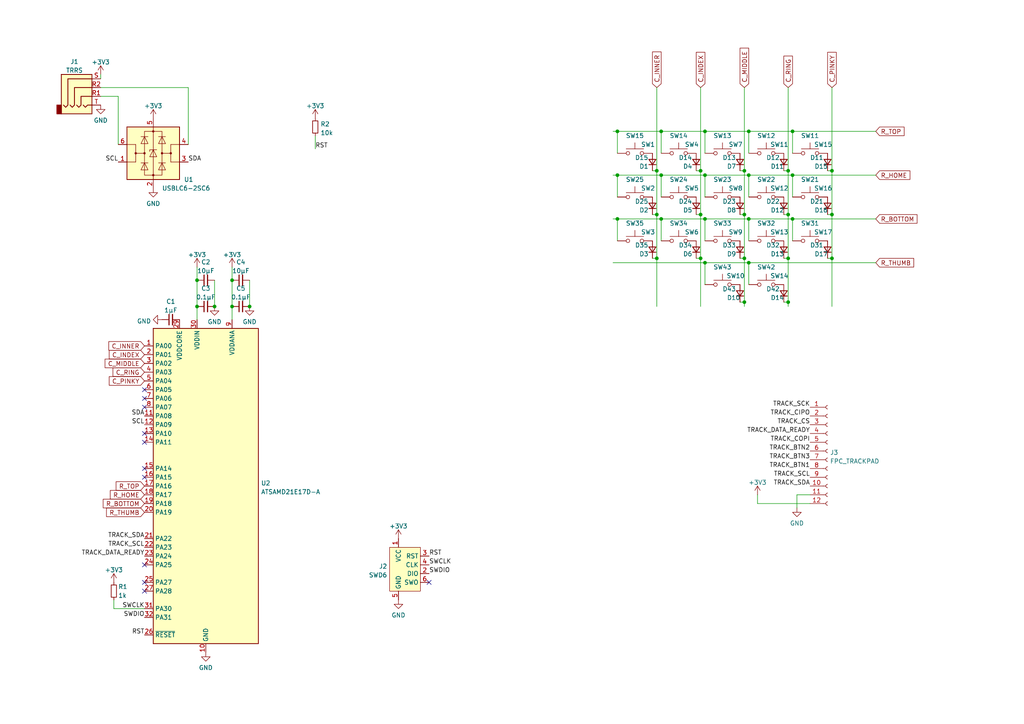
<source format=kicad_sch>
(kicad_sch (version 20211123) (generator eeschema)
  (paper "A4")
  (lib_symbols
    (symbol "Connector:AudioJack4"
      (property "Reference" "J" (at 0 8.89 0))
      (property "Value" "AudioJack4" (at 0 6.35 0))
      (symbol "AudioJack4_0_1"
        (rectangle (start -6.35 -5.08) (end -7.62 -7.62) (stroke (width 0.254)) (fill (type outline)))
        (polyline (pts (xy 0 -5.08) (xy 0.635 -5.715) (xy 1.27 -5.08) (xy 2.54 -5.08)) (stroke (width 0.254)))
        (polyline (pts (xy -5.715 -5.08) (xy -5.08 -5.715) (xy -4.445 -5.08) (xy -4.445 2.54) (xy 2.54 2.54)) (stroke (width 0.254)))
        (polyline (pts (xy -1.905 -5.08) (xy -1.27 -5.715) (xy -0.635 -5.08) (xy -0.635 -2.54) (xy 2.54 -2.54)) (stroke (width 0.254)))
        (polyline (pts (xy 2.54 0) (xy -2.54 0) (xy -2.54 -5.08) (xy -3.175 -5.715) (xy -3.81 -5.08)) (stroke (width 0.254)))
        (rectangle (start 2.54 3.81) (end -6.35 -7.62) (stroke (width 0.254)) (fill (type background)))
      )
      (symbol "AudioJack4_1_1"
        (pin passive line (at 5.08 -2.54 180) (length 2.54) (name "~") (number "R1"))
        (pin passive line (at 5.08 0 180) (length 2.54) (name "~") (number "R2"))
        (pin passive line (at 5.08 2.54 180) (length 2.54) (name "~") (number "S"))
        (pin passive line (at 5.08 -5.08 180) (length 2.54) (name "~") (number "T"))
      )
    )
    (symbol "Connector:Conn_01x12_Female" (pin_names (offset 1.016) hide)
      (property "Reference" "J" (at 0 15.24 0))
      (property "Value" "Conn_01x12_Female" (at 0 -17.78 0))
      (symbol "Conn_01x12_Female_1_1"
        (arc (start 0 -14.732) (mid -0.508 -15.24) (end 0 -15.748) (stroke (width 0.1524)))
        (arc (start 0 -12.192) (mid -0.508 -12.7) (end 0 -13.208) (stroke (width 0.1524)))
        (arc (start 0 -9.652) (mid -0.508 -10.16) (end 0 -10.668) (stroke (width 0.1524)))
        (arc (start 0 -7.112) (mid -0.508 -7.62) (end 0 -8.128) (stroke (width 0.1524)))
        (arc (start 0 -4.572) (mid -0.508 -5.08) (end 0 -5.588) (stroke (width 0.1524)))
        (arc (start 0 -2.032) (mid -0.508 -2.54) (end 0 -3.048) (stroke (width 0.1524)))
        (polyline (pts (xy -1.27 -15.24) (xy -0.508 -15.24)) (stroke (width 0.1524)))
        (polyline (pts (xy -1.27 -12.7) (xy -0.508 -12.7)) (stroke (width 0.1524)))
        (polyline (pts (xy -1.27 -10.16) (xy -0.508 -10.16)) (stroke (width 0.1524)))
        (polyline (pts (xy -1.27 -7.62) (xy -0.508 -7.62)) (stroke (width 0.1524)))
        (polyline (pts (xy -1.27 -5.08) (xy -0.508 -5.08)) (stroke (width 0.1524)))
        (polyline (pts (xy -1.27 -2.54) (xy -0.508 -2.54)) (stroke (width 0.1524)))
        (polyline (pts (xy -1.27 0) (xy -0.508 0)) (stroke (width 0.1524)))
        (polyline (pts (xy -1.27 2.54) (xy -0.508 2.54)) (stroke (width 0.1524)))
        (polyline (pts (xy -1.27 5.08) (xy -0.508 5.08)) (stroke (width 0.1524)))
        (polyline (pts (xy -1.27 7.62) (xy -0.508 7.62)) (stroke (width 0.1524)))
        (polyline (pts (xy -1.27 10.16) (xy -0.508 10.16)) (stroke (width 0.1524)))
        (polyline (pts (xy -1.27 12.7) (xy -0.508 12.7)) (stroke (width 0.1524)))
        (arc (start 0 0.508) (mid -0.508 0) (end 0 -0.508) (stroke (width 0.1524)))
        (arc (start 0 3.048) (mid -0.508 2.54) (end 0 2.032) (stroke (width 0.1524)))
        (arc (start 0 5.588) (mid -0.508 5.08) (end 0 4.572) (stroke (width 0.1524)))
        (arc (start 0 8.128) (mid -0.508 7.62) (end 0 7.112) (stroke (width 0.1524)))
        (arc (start 0 10.668) (mid -0.508 10.16) (end 0 9.652) (stroke (width 0.1524)))
        (arc (start 0 13.208) (mid -0.508 12.7) (end 0 12.192) (stroke (width 0.1524)))
        (pin passive line (at -5.08 12.7 0) (length 3.81) (name "Pin_1") (number "1"))
        (pin passive line (at -5.08 -10.16 0) (length 3.81) (name "Pin_10") (number "10"))
        (pin passive line (at -5.08 -12.7 0) (length 3.81) (name "Pin_11") (number "11"))
        (pin passive line (at -5.08 -15.24 0) (length 3.81) (name "Pin_12") (number "12"))
        (pin passive line (at -5.08 10.16 0) (length 3.81) (name "Pin_2") (number "2"))
        (pin passive line (at -5.08 7.62 0) (length 3.81) (name "Pin_3") (number "3"))
        (pin passive line (at -5.08 5.08 0) (length 3.81) (name "Pin_4") (number "4"))
        (pin passive line (at -5.08 2.54 0) (length 3.81) (name "Pin_5") (number "5"))
        (pin passive line (at -5.08 0 0) (length 3.81) (name "Pin_6") (number "6"))
        (pin passive line (at -5.08 -2.54 0) (length 3.81) (name "Pin_7") (number "7"))
        (pin passive line (at -5.08 -5.08 0) (length 3.81) (name "Pin_8") (number "8"))
        (pin passive line (at -5.08 -7.62 0) (length 3.81) (name "Pin_9") (number "9"))
      )
    )
    (symbol "Device:C_Small" (pin_numbers hide) (pin_names (offset 0.254) hide)
      (property "Reference" "C" (at 0.254 1.778 0))
      (property "Value" "C_Small" (at 0.254 -2.032 0))
      (symbol "C_Small_0_1"
        (polyline (pts (xy -1.524 -0.508) (xy 1.524 -0.508)) (stroke (width 0.3302)))
        (polyline (pts (xy -1.524 0.508) (xy 1.524 0.508)) (stroke (width 0.3048)))
      )
      (symbol "C_Small_1_1"
        (pin passive line (at 0 2.54 270) (length 2.032) (name "~") (number "1"))
        (pin passive line (at 0 -2.54 90) (length 2.032) (name "~") (number "2"))
      )
    )
    (symbol "Device:D_Small" (pin_numbers hide) (pin_names (offset 0.254) hide)
      (property "Reference" "D" (at -1.27 2.032 0))
      (property "Value" "D_Small" (at -3.81 -2.032 0))
      (symbol "D_Small_0_1"
        (polyline (pts (xy -0.762 -1.016) (xy -0.762 1.016)) (stroke (width 0.254)))
        (polyline (pts (xy -0.762 0) (xy 0.762 0)))
        (polyline (pts (xy 0.762 -1.016) (xy -0.762 0) (xy 0.762 1.016) (xy 0.762 -1.016)) (stroke (width 0.254)))
      )
      (symbol "D_Small_1_1"
        (pin passive line (at -2.54 0 0) (length 1.778) (name "K") (number "1"))
        (pin passive line (at 2.54 0 180) (length 1.778) (name "A") (number "2"))
      )
    )
    (symbol "Device:R_Small" (pin_numbers hide) (pin_names (offset 0.254) hide)
      (property "Reference" "R" (at 0.762 0.508 0))
      (property "Value" "R_Small" (at 0.762 -1.016 0))
      (symbol "R_Small_0_1"
        (rectangle (start -0.762 1.778) (end 0.762 -1.778) (stroke (width 0.2032)))
      )
      (symbol "R_Small_1_1"
        (pin passive line (at 0 2.54 270) (length 0.762) (name "~") (number "1"))
        (pin passive line (at 0 -2.54 90) (length 0.762) (name "~") (number "2"))
      )
    )
    (symbol "MCU_Microchip_SAMD:ATSAMD21E17D-A"
      (property "Reference" "U" (at -13.97 46.99 0))
      (property "Value" "ATSAMD21E17D-A" (at 16.51 46.99 0))
      (symbol "ATSAMD21E17D-A_1_1"
        (rectangle (start -15.24 45.72) (end 15.24 -45.72) (stroke (width 0.254)) (fill (type background)))
        (pin bidirectional line (at -17.78 40.64 0) (length 2.54) (name "PA00") (number "1"))
        (pin power_in line (at 0 -48.26 90) (length 2.54) (name "GND") (number "10"))
        (pin bidirectional line (at -17.78 20.32 0) (length 2.54) (name "PA08") (number "11"))
        (pin bidirectional line (at -17.78 17.78 0) (length 2.54) (name "PA09") (number "12"))
        (pin bidirectional line (at -17.78 15.24 0) (length 2.54) (name "PA10") (number "13"))
        (pin bidirectional line (at -17.78 12.7 0) (length 2.54) (name "PA11") (number "14"))
        (pin bidirectional line (at -17.78 5.08 0) (length 2.54) (name "PA14") (number "15"))
        (pin bidirectional line (at -17.78 2.54 0) (length 2.54) (name "PA15") (number "16"))
        (pin bidirectional line (at -17.78 0 0) (length 2.54) (name "PA16") (number "17"))
        (pin bidirectional line (at -17.78 -2.54 0) (length 2.54) (name "PA17") (number "18"))
        (pin bidirectional line (at -17.78 -5.08 0) (length 2.54) (name "PA18") (number "19"))
        (pin bidirectional line (at -17.78 38.1 0) (length 2.54) (name "PA01") (number "2"))
        (pin bidirectional line (at -17.78 -7.62 0) (length 2.54) (name "PA19") (number "20"))
        (pin bidirectional line (at -17.78 -15.24 0) (length 2.54) (name "PA22") (number "21"))
        (pin bidirectional line (at -17.78 -17.78 0) (length 2.54) (name "PA23") (number "22"))
        (pin bidirectional line (at -17.78 -20.32 0) (length 2.54) (name "PA24") (number "23"))
        (pin bidirectional line (at -17.78 -22.86 0) (length 2.54) (name "PA25") (number "24"))
        (pin bidirectional line (at -17.78 -27.94 0) (length 2.54) (name "PA27") (number "25"))
        (pin input line (at -17.78 -43.18 0) (length 2.54) (name "~{RESET}") (number "26"))
        (pin bidirectional line (at -17.78 -30.48 0) (length 2.54) (name "PA28") (number "27"))
        (pin passive line (at 0 -48.26 90) (length 2.54) hide (name "GND") (number "28"))
        (pin power_out line (at -7.62 48.26 270) (length 2.54) (name "VDDCORE") (number "29"))
        (pin bidirectional line (at -17.78 35.56 0) (length 2.54) (name "PA02") (number "3"))
        (pin power_in line (at -2.54 48.26 270) (length 2.54) (name "VDDIN") (number "30"))
        (pin bidirectional line (at -17.78 -35.56 0) (length 2.54) (name "PA30") (number "31"))
        (pin bidirectional line (at -17.78 -38.1 0) (length 2.54) (name "PA31") (number "32"))
        (pin bidirectional line (at -17.78 33.02 0) (length 2.54) (name "PA03") (number "4"))
        (pin bidirectional line (at -17.78 30.48 0) (length 2.54) (name "PA04") (number "5"))
        (pin bidirectional line (at -17.78 27.94 0) (length 2.54) (name "PA05") (number "6"))
        (pin bidirectional line (at -17.78 25.4 0) (length 2.54) (name "PA06") (number "7"))
        (pin bidirectional line (at -17.78 22.86 0) (length 2.54) (name "PA07") (number "8"))
        (pin power_in line (at 7.62 48.26 270) (length 2.54) (name "VDDANA") (number "9"))
      )
    )
    (symbol "Power_Protection:USBLC6-2SC6" (pin_names hide)
      (property "Reference" "U" (at 2.54 8.89 0))
      (property "Value" "USBLC6-2SC6" (at 2.54 -8.89 0))
      (symbol "USBLC6-2SC6_0_1"
        (rectangle (start -7.62 -7.62) (end 7.62 7.62) (stroke (width 0.254)) (fill (type background)))
        (circle (center -5.08 0) (radius 0.254) (fill (type outline)))
        (circle (center -2.54 0) (radius 0.254) (fill (type outline)))
        (rectangle (start -2.54 6.35) (end 2.54 -6.35))
        (circle (center 0 -6.35) (radius 0.254) (fill (type outline)))
        (polyline (pts (xy -5.08 -2.54) (xy -7.62 -2.54)))
        (polyline (pts (xy -5.08 0) (xy -5.08 -2.54)))
        (polyline (pts (xy -5.08 2.54) (xy -7.62 2.54)))
        (polyline (pts (xy -1.524 -2.794) (xy -3.556 -2.794)))
        (polyline (pts (xy -1.524 4.826) (xy -3.556 4.826)))
        (polyline (pts (xy 0 -7.62) (xy 0 -6.35)))
        (polyline (pts (xy 0 -6.35) (xy 0 1.27)))
        (polyline (pts (xy 0 1.27) (xy 0 6.35)))
        (polyline (pts (xy 0 6.35) (xy 0 7.62)))
        (polyline (pts (xy 1.524 -2.794) (xy 3.556 -2.794)))
        (polyline (pts (xy 1.524 4.826) (xy 3.556 4.826)))
        (polyline (pts (xy 5.08 -2.54) (xy 7.62 -2.54)))
        (polyline (pts (xy 5.08 0) (xy 5.08 -2.54)))
        (polyline (pts (xy 5.08 2.54) (xy 7.62 2.54)))
        (polyline (pts (xy -2.54 0) (xy -5.08 0) (xy -5.08 2.54)))
        (polyline (pts (xy 2.54 0) (xy 5.08 0) (xy 5.08 2.54)))
        (polyline (pts (xy -3.556 -4.826) (xy -1.524 -4.826) (xy -2.54 -2.794) (xy -3.556 -4.826)))
        (polyline (pts (xy -3.556 2.794) (xy -1.524 2.794) (xy -2.54 4.826) (xy -3.556 2.794)))
        (polyline (pts (xy -1.016 -1.016) (xy 1.016 -1.016) (xy 0 1.016) (xy -1.016 -1.016)))
        (polyline (pts (xy 1.016 1.016) (xy 0.762 1.016) (xy -1.016 1.016) (xy -1.016 0.508)))
        (polyline (pts (xy 3.556 -4.826) (xy 1.524 -4.826) (xy 2.54 -2.794) (xy 3.556 -4.826)))
        (polyline (pts (xy 3.556 2.794) (xy 1.524 2.794) (xy 2.54 4.826) (xy 3.556 2.794)))
        (circle (center 0 6.35) (radius 0.254) (fill (type outline)))
        (circle (center 2.54 0) (radius 0.254) (fill (type outline)))
        (circle (center 5.08 0) (radius 0.254) (fill (type outline)))
      )
      (symbol "USBLC6-2SC6_1_1"
        (pin passive line (at -10.16 -2.54 0) (length 2.54) (name "I/O1") (number "1"))
        (pin passive line (at 0 -10.16 90) (length 2.54) (name "GND") (number "2"))
        (pin passive line (at 10.16 -2.54 180) (length 2.54) (name "I/O2") (number "3"))
        (pin passive line (at 10.16 2.54 180) (length 2.54) (name "I/O2") (number "4"))
        (pin passive line (at 0 10.16 270) (length 2.54) (name "VBUS") (number "5"))
        (pin passive line (at -10.16 2.54 0) (length 2.54) (name "I/O1") (number "6"))
      )
    )
    (symbol "Switch:SW_Push" (pin_numbers hide) (pin_names (offset 1.016) hide)
      (property "Reference" "SW" (at 1.27 2.54 0))
      (property "Value" "SW_Push" (at 0 -1.524 0))
      (symbol "SW_Push_0_1"
        (circle (center -2.032 0) (radius 0.508))
        (polyline (pts (xy 0 1.27) (xy 0 3.048)))
        (polyline (pts (xy 2.54 1.27) (xy -2.54 1.27)))
        (circle (center 2.032 0) (radius 0.508))
        (pin passive line (at -5.08 0 0) (length 2.54) (name "1") (number "1"))
        (pin passive line (at 5.08 0 180) (length 2.54) (name "2") (number "2"))
      )
    )
    (symbol "power:+3V3" (power) (pin_names (offset 0))
      (property "Value" "+3V3" (at 0 3.556 0))
      (symbol "+3V3_0_1"
        (polyline (pts (xy -0.762 1.27) (xy 0 2.54)))
        (polyline (pts (xy 0 0) (xy 0 2.54)))
        (polyline (pts (xy 0 2.54) (xy 0.762 1.27)))
      )
      (symbol "+3V3_1_1"
        (pin power_in line (at 0 0 90) (length 0) hide (name "+3V3") (number "1"))
      )
    )
    (symbol "power:GND" (power) (pin_names (offset 0))
      (property "Value" "GND" (at 0 -3.81 0))
      (symbol "GND_0_1"
        (polyline (pts (xy 0 0) (xy 0 -1.27) (xy 1.27 -1.27) (xy 0 -2.54) (xy -1.27 -1.27) (xy 0 -1.27)))
      )
      (symbol "GND_1_1"
        (pin power_in line (at 0 0 270) (length 0) hide (name "GND") (number "1"))
      )
    )
    (symbol "xenua:SWD6"
      (property "Reference" "J" (at 6.35 3.81 0))
      (property "Value" "SWD6" (at 6.35 1.27 0))
      (symbol "SWD6_0_1"
        (rectangle (start 0 0) (end 8.89 -12.7) (stroke (width 0.1524)) (fill (type background)))
      )
      (symbol "SWD6_1_1"
        (pin power_in line (at 2.54 2.54 270) (length 2.54) (name "VCC") (number "1"))
        (pin bidirectional line (at 11.43 -7.62 180) (length 2.54) (name "DIO") (number "2"))
        (pin input line (at 11.43 -2.54 180) (length 2.54) (name "RST") (number "3"))
        (pin input line (at 11.43 -5.08 180) (length 2.54) (name "CLK") (number "4"))
        (pin input line (at 2.54 -15.24 90) (length 2.54) (name "GND") (number "5"))
        (pin output line (at 11.43 -10.16 180) (length 2.54) (name "SWO") (number "6"))
      )
    )
  )
  (junction (at 217.17 63.5))
  (junction (at 190.5 49.53))
  (junction (at 203.2 49.53))
  (junction (at 179.07 63.5))
  (junction (at 229.87 38.1))
  (junction (at 191.77 63.5))
  (junction (at 72.39 88.9))
  (junction (at 241.3 74.93))
  (junction (at 228.6 87.63))
  (junction (at 228.6 49.53))
  (junction (at 241.3 49.53))
  (junction (at 217.17 50.8))
  (junction (at 217.17 76.2))
  (junction (at 190.5 74.93))
  (junction (at 179.07 50.8))
  (junction (at 191.77 38.1))
  (junction (at 215.9 49.53))
  (junction (at 228.6 74.93))
  (junction (at 67.31 81.28))
  (junction (at 191.77 50.8))
  (junction (at 203.2 74.93))
  (junction (at 62.23 88.9))
  (junction (at 229.87 50.8))
  (junction (at 215.9 87.63))
  (junction (at 215.9 62.23))
  (junction (at 204.47 63.5))
  (junction (at 204.47 38.1))
  (junction (at 228.6 62.23))
  (junction (at 57.15 81.28))
  (junction (at 203.2 62.23))
  (junction (at 67.31 88.9))
  (junction (at 204.47 50.8))
  (junction (at 57.15 88.9))
  (junction (at 217.17 38.1))
  (junction (at 190.5 62.23))
  (junction (at 229.87 63.5))
  (junction (at 204.47 76.2))
  (junction (at 215.9 74.93))
  (junction (at 179.07 38.1))
  (junction (at 241.3 62.23))
  (no_connect (at 41.91 168.91))
  (no_connect (at 41.91 128.27))
  (no_connect (at 41.91 125.73))
  (no_connect (at 41.91 135.89))
  (no_connect (at 41.91 138.43))
  (no_connect (at 41.91 118.11))
  (no_connect (at 41.91 115.57))
  (no_connect (at 41.91 113.03))
  (no_connect (at 41.91 163.83))
  (no_connect (at 124.46 168.91))
  (no_connect (at 41.91 171.45))
  (wire (pts (xy 215.9 62.23) (xy 215.9 74.93)))
  (wire (pts (xy 29.21 25.4) (xy 54.61 25.4)))
  (wire (pts (xy 228.6 87.63) (xy 228.6 88.9)))
  (wire (pts (xy 204.47 38.1) (xy 204.47 44.45)))
  (wire (pts (xy 215.9 49.53) (xy 214.63 49.53)))
  (wire (pts (xy 203.2 74.93) (xy 201.93 74.93)))
  (wire (pts (xy 190.5 49.53) (xy 189.23 49.53)))
  (wire (pts (xy 217.17 63.5) (xy 204.47 63.5)))
  (wire (pts (xy 179.07 63.5) (xy 177.8 63.5)))
  (wire (pts (xy 241.3 49.53) (xy 241.3 62.23)))
  (wire (pts (xy 191.77 50.8) (xy 179.07 50.8)))
  (wire (pts (xy 241.3 62.23) (xy 241.3 74.93)))
  (wire (pts (xy 229.87 63.5) (xy 217.17 63.5)))
  (wire (pts (xy 217.17 76.2) (xy 204.47 76.2)))
  (wire (pts (xy 57.15 81.28) (xy 57.15 88.9)))
  (wire (pts (xy 229.87 50.8) (xy 217.17 50.8)))
  (wire (pts (xy 190.5 62.23) (xy 189.23 62.23)))
  (wire (pts (xy 215.9 87.63) (xy 215.9 88.9)))
  (wire (pts (xy 228.6 49.53) (xy 228.6 62.23)))
  (wire (pts (xy 215.9 74.93) (xy 215.9 87.63)))
  (wire (pts (xy 228.6 49.53) (xy 227.33 49.53)))
  (wire (pts (xy 254 76.2) (xy 217.17 76.2)))
  (wire (pts (xy 228.6 25.4) (xy 228.6 49.53)))
  (wire (pts (xy 203.2 25.4) (xy 203.2 49.53)))
  (wire (pts (xy 254 50.8) (xy 229.87 50.8)))
  (wire (pts (xy 229.87 38.1) (xy 229.87 44.45)))
  (wire (pts (xy 190.5 74.93) (xy 189.23 74.93)))
  (wire (pts (xy 91.44 39.37) (xy 91.44 43.18)))
  (wire (pts (xy 231.14 143.51) (xy 231.14 147.32)))
  (wire (pts (xy 254 38.1) (xy 229.87 38.1)))
  (wire (pts (xy 217.17 50.8) (xy 204.47 50.8)))
  (wire (pts (xy 229.87 50.8) (xy 229.87 57.15)))
  (wire (pts (xy 190.5 25.4) (xy 190.5 49.53)))
  (wire (pts (xy 204.47 50.8) (xy 204.47 57.15)))
  (wire (pts (xy 179.07 38.1) (xy 177.8 38.1)))
  (wire (pts (xy 191.77 63.5) (xy 179.07 63.5)))
  (wire (pts (xy 217.17 76.2) (xy 217.17 82.55)))
  (wire (pts (xy 54.61 25.4) (xy 54.61 41.91)))
  (wire (pts (xy 203.2 62.23) (xy 201.93 62.23)))
  (wire (pts (xy 57.15 88.9) (xy 57.15 92.71)))
  (wire (pts (xy 215.9 62.23) (xy 214.63 62.23)))
  (wire (pts (xy 179.07 63.5) (xy 179.07 69.85)))
  (wire (pts (xy 203.2 62.23) (xy 203.2 74.93)))
  (wire (pts (xy 215.9 87.63) (xy 214.63 87.63)))
  (wire (pts (xy 191.77 38.1) (xy 179.07 38.1)))
  (wire (pts (xy 62.23 81.28) (xy 62.23 88.9)))
  (wire (pts (xy 217.17 38.1) (xy 217.17 44.45)))
  (wire (pts (xy 229.87 63.5) (xy 229.87 69.85)))
  (wire (pts (xy 217.17 63.5) (xy 217.17 69.85)))
  (wire (pts (xy 234.95 143.51) (xy 231.14 143.51)))
  (wire (pts (xy 241.3 49.53) (xy 240.03 49.53)))
  (wire (pts (xy 241.3 62.23) (xy 240.03 62.23)))
  (wire (pts (xy 241.3 74.93) (xy 241.3 88.9)))
  (wire (pts (xy 34.29 27.94) (xy 34.29 41.91)))
  (wire (pts (xy 228.6 62.23) (xy 228.6 74.93)))
  (wire (pts (xy 67.31 77.47) (xy 67.31 81.28)))
  (wire (pts (xy 190.5 62.23) (xy 190.5 74.93)))
  (wire (pts (xy 229.87 38.1) (xy 217.17 38.1)))
  (wire (pts (xy 203.2 74.93) (xy 203.2 88.9)))
  (wire (pts (xy 190.5 74.93) (xy 190.5 88.9)))
  (wire (pts (xy 191.77 50.8) (xy 191.77 57.15)))
  (wire (pts (xy 190.5 49.53) (xy 190.5 62.23)))
  (wire (pts (xy 57.15 77.47) (xy 57.15 81.28)))
  (wire (pts (xy 33.02 176.53) (xy 41.91 176.53)))
  (wire (pts (xy 204.47 50.8) (xy 191.77 50.8)))
  (wire (pts (xy 215.9 74.93) (xy 214.63 74.93)))
  (wire (pts (xy 241.3 74.93) (xy 240.03 74.93)))
  (wire (pts (xy 215.9 49.53) (xy 215.9 62.23)))
  (wire (pts (xy 72.39 81.28) (xy 72.39 88.9)))
  (wire (pts (xy 228.6 74.93) (xy 228.6 87.63)))
  (wire (pts (xy 204.47 63.5) (xy 191.77 63.5)))
  (wire (pts (xy 241.3 25.4) (xy 241.3 49.53)))
  (wire (pts (xy 228.6 87.63) (xy 227.33 87.63)))
  (wire (pts (xy 29.21 21.59) (xy 29.21 22.86)))
  (wire (pts (xy 228.6 62.23) (xy 227.33 62.23)))
  (wire (pts (xy 67.31 88.9) (xy 67.31 92.71)))
  (wire (pts (xy 204.47 63.5) (xy 204.47 69.85)))
  (wire (pts (xy 254 63.5) (xy 229.87 63.5)))
  (wire (pts (xy 179.07 50.8) (xy 179.07 57.15)))
  (wire (pts (xy 191.77 63.5) (xy 191.77 69.85)))
  (wire (pts (xy 203.2 49.53) (xy 201.93 49.53)))
  (wire (pts (xy 29.21 27.94) (xy 34.29 27.94)))
  (wire (pts (xy 217.17 38.1) (xy 204.47 38.1)))
  (wire (pts (xy 217.17 50.8) (xy 217.17 57.15)))
  (wire (pts (xy 179.07 38.1) (xy 179.07 44.45)))
  (wire (pts (xy 179.07 50.8) (xy 177.8 50.8)))
  (wire (pts (xy 204.47 76.2) (xy 204.47 82.55)))
  (wire (pts (xy 203.2 49.53) (xy 203.2 62.23)))
  (wire (pts (xy 228.6 74.93) (xy 227.33 74.93)))
  (wire (pts (xy 67.31 81.28) (xy 67.31 88.9)))
  (wire (pts (xy 33.02 173.99) (xy 33.02 176.53)))
  (wire (pts (xy 204.47 38.1) (xy 191.77 38.1)))
  (wire (pts (xy 215.9 25.4) (xy 215.9 49.53)))
  (wire (pts (xy 177.8 76.2) (xy 204.47 76.2)))
  (wire (pts (xy 219.71 146.05) (xy 219.71 143.51)))
  (wire (pts (xy 234.95 146.05) (xy 219.71 146.05)))
  (wire (pts (xy 191.77 38.1) (xy 191.77 44.45)))
  (label "TRACK_SCK" (at 234.95 118.11 180))
  (label "SDA" (at 54.61 46.99 0))
  (label "SWCLK" (at 41.91 176.53 180))
  (label "TRACK_BTN3" (at 234.95 133.35 180))
  (label "TRACK_CS" (at 234.95 123.19 180))
  (label "TRACK_BTN1" (at 234.95 135.89 180))
  (label "TRACK_SCL" (at 234.95 138.43 180))
  (label "TRACK_CIPO" (at 234.95 120.65 180))
  (label "TRACK_DATA_READY" (at 234.95 125.73 180))
  (label "RST" (at 91.44 43.18 0))
  (label "TRACK_BTN2" (at 234.95 130.81 180))
  (label "SDA" (at 41.91 120.65 180))
  (label "TRACK_DATA_READY" (at 41.91 161.29 180))
  (label "TRACK_SCL" (at 41.91 158.75 180))
  (label "TRACK_SDA" (at 41.91 156.21 180))
  (label "SWDIO" (at 124.46 166.37 0))
  (label "SCL" (at 41.91 123.19 180))
  (label "SWCLK" (at 124.46 163.83 0))
  (label "RST" (at 41.91 184.15 180))
  (label "TRACK_COPI" (at 234.95 128.27 180))
  (label "TRACK_SDA" (at 234.95 140.97 180))
  (label "SWDIO" (at 41.91 179.07 180))
  (label "RST" (at 124.46 161.29 0))
  (label "SCL" (at 34.29 46.99 180))
  (global_label "R_TOP" (shape input) (at 254 38.1 0) (property "Intersheet References" "${INTERSHEET_REFS}" (effects hide)))
  (global_label "C_INNER" (shape input) (at 41.91 100.33 180) (property "Intersheet References" "${INTERSHEET_REFS}" (effects hide)))
  (global_label "C_RING" (shape input) (at 228.6 25.4 90) (property "Intersheet References" "${INTERSHEET_REFS}" (effects hide)))
  (global_label "C_MIDDLE" (shape input) (at 215.9 25.4 90) (property "Intersheet References" "${INTERSHEET_REFS}" (effects hide)))
  (global_label "C_PINKY" (shape input) (at 41.91 110.49 180) (property "Intersheet References" "${INTERSHEET_REFS}" (effects hide)))
  (global_label "C_PINKY" (shape input) (at 241.3 25.4 90) (property "Intersheet References" "${INTERSHEET_REFS}" (effects hide)))
  (global_label "C_MIDDLE" (shape input) (at 41.91 105.41 180) (property "Intersheet References" "${INTERSHEET_REFS}" (effects hide)))
  (global_label "C_INDEX" (shape input) (at 203.2 25.4 90) (property "Intersheet References" "${INTERSHEET_REFS}" (effects hide)))
  (global_label "C_INNER" (shape input) (at 190.5 25.4 90) (property "Intersheet References" "${INTERSHEET_REFS}" (effects hide)))
  (global_label "C_INDEX" (shape input) (at 41.91 102.87 180) (property "Intersheet References" "${INTERSHEET_REFS}" (effects hide)))
  (global_label "R_BOTTOM" (shape input) (at 41.91 146.05 180) (property "Intersheet References" "${INTERSHEET_REFS}" (effects hide)))
  (global_label "R_THUMB" (shape input) (at 41.91 148.59 180) (property "Intersheet References" "${INTERSHEET_REFS}" (effects hide)))
  (global_label "R_HOME" (shape input) (at 254 50.8 0) (property "Intersheet References" "${INTERSHEET_REFS}" (effects hide)))
  (global_label "R_HOME" (shape input) (at 41.91 143.51 180) (property "Intersheet References" "${INTERSHEET_REFS}" (effects hide)))
  (global_label "R_BOTTOM" (shape input) (at 254 63.5 0) (property "Intersheet References" "${INTERSHEET_REFS}" (effects hide)))
  (global_label "R_THUMB" (shape input) (at 254 76.2 0) (property "Intersheet References" "${INTERSHEET_REFS}" (effects hide)))
  (global_label "R_TOP" (shape input) (at 41.91 140.97 180) (property "Intersheet References" "${INTERSHEET_REFS}" (effects hide)))
  (global_label "C_RING" (shape input) (at 41.91 107.95 180) (property "Intersheet References" "${INTERSHEET_REFS}" (effects hide)))
  (symbol (lib_id "Device:D_Small") (at 240.03 59.69 270) (mirror x) (unit 1)
    (property "Reference" "D16" (at 236.22 60.96 90) (effects (justify left)))
    (property "Value" "D21" (at 234.95 58.42 90) (effects (justify left)))
    (property "Footprint" "1N4148:DIOAD829W49L456D191" (effects hide))
  )
  (symbol (lib_id "Device:D_Small") (at 189.23 46.99 270) (mirror x) (unit 1)
    (property "Reference" "D1" (at 185.42 48.26 90) (effects (justify left)))
    (property "Value" "D15" (at 184.15 45.72 90) (effects (justify left)))
    (property "Footprint" "1N4148:DIOAD829W49L456D191" (effects hide))
  )
  (symbol (lib_id "Device:C_Small") (at 69.85 81.28 90) (unit 1)
    (property "Reference" "C4" (at 69.8563 76.0181 90))
    (property "Value" "10µF" (at 69.8563 78.555 90))
    (property "Footprint" "Capacitor_SMD:C_0603_1608Metric_Pad1.08x0.95mm_HandSolder" (effects hide))
  )
  (symbol (lib_id "power:GND") (at 44.45 54.61 0) (unit 1)
    (property "Reference" "#PWR0112" (effects hide))
    (property "Value" "GND" (at 44.45 59.0534 0))
  )
  (symbol (lib_id "Switch:SW_Push") (at 209.55 82.55 0) (mirror y) (unit 1)
    (property "Reference" "SW10" (at 213.36 80.01 0))
    (property "Value" "SW43" (at 209.55 77.47 0))
    (property "Footprint" "mbk:Choc-1u-solder" (effects hide))
  )
  (symbol (lib_id "Device:C_Small") (at 49.53 92.71 90) (unit 1)
    (property "Reference" "C1" (at 49.5363 87.4481 90))
    (property "Value" "1µF" (at 49.5363 89.985 90))
    (property "Footprint" "Capacitor_SMD:C_0603_1608Metric_Pad1.08x0.95mm_HandSolder" (effects hide))
  )
  (symbol (lib_id "Device:D_Small") (at 214.63 46.99 270) (mirror x) (unit 1)
    (property "Reference" "D7" (at 210.82 48.26 90) (effects (justify left)))
    (property "Value" "D13" (at 209.55 45.72 90) (effects (justify left)))
    (property "Footprint" "1N4148:DIOAD829W49L456D191" (effects hide))
  )
  (symbol (lib_id "Device:D_Small") (at 227.33 59.69 270) (mirror x) (unit 1)
    (property "Reference" "D12" (at 223.52 60.96 90) (effects (justify left)))
    (property "Value" "D22" (at 222.25 58.42 90) (effects (justify left)))
    (property "Footprint" "1N4148:DIOAD829W49L456D191" (effects hide))
  )
  (symbol (lib_id "Device:C_Small") (at 59.69 88.9 90) (unit 1)
    (property "Reference" "C3" (at 59.6963 83.6381 90))
    (property "Value" "0.1µF" (at 59.6963 86.175 90))
    (property "Footprint" "Capacitor_SMD:C_0603_1608Metric_Pad1.08x0.95mm_HandSolder" (effects hide))
  )
  (symbol (lib_id "Device:D_Small") (at 201.93 72.39 270) (mirror x) (unit 1)
    (property "Reference" "D6" (at 198.12 73.66 90) (effects (justify left)))
    (property "Value" "D34" (at 196.85 71.12 90) (effects (justify left)))
    (property "Footprint" "1N4148:DIOAD829W49L456D191" (effects hide))
  )
  (symbol (lib_id "Switch:SW_Push") (at 222.25 69.85 0) (mirror y) (unit 1)
    (property "Reference" "SW13" (at 226.06 67.31 0))
    (property "Value" "SW32" (at 222.25 64.77 0))
    (property "Footprint" "mbk:Choc-1u-solder" (effects hide))
  )
  (symbol (lib_id "xenua:SWD6") (at 113.03 158.75 0) (unit 1)
    (property "Reference" "J2" (at 112.3189 164.2653 0) (effects (justify right)))
    (property "Value" "SWD6" (at 112.3189 166.8022 0) (effects (justify right)))
    (property "Footprint" "xenua:TC2030" (effects hide))
  )
  (symbol (lib_id "Switch:SW_Push") (at 196.85 57.15 0) (mirror y) (unit 1)
    (property "Reference" "SW5" (at 200.66 54.61 0))
    (property "Value" "SW24" (at 196.85 52.07 0))
    (property "Footprint" "mbk:Choc-1u-solder" (effects hide))
  )
  (symbol (lib_id "Device:D_Small") (at 201.93 46.99 270) (mirror x) (unit 1)
    (property "Reference" "D4" (at 198.12 48.26 90) (effects (justify left)))
    (property "Value" "D14" (at 196.85 45.72 90) (effects (justify left)))
    (property "Footprint" "1N4148:DIOAD829W49L456D191" (effects hide))
  )
  (symbol (lib_id "Switch:SW_Push") (at 196.85 69.85 0) (mirror y) (unit 1)
    (property "Reference" "SW6" (at 200.66 67.31 0))
    (property "Value" "SW34" (at 196.85 64.77 0))
    (property "Footprint" "mbk:Choc-1u-solder" (effects hide))
  )
  (symbol (lib_id "Switch:SW_Push") (at 184.15 44.45 0) (mirror y) (unit 1)
    (property "Reference" "SW1" (at 187.96 41.91 0))
    (property "Value" "SW15" (at 184.15 39.37 0))
    (property "Footprint" "mbk:Choc-1u-solder" (effects hide))
  )
  (symbol (lib_id "Switch:SW_Push") (at 184.15 69.85 0) (mirror y) (unit 1)
    (property "Reference" "SW3" (at 187.96 67.31 0))
    (property "Value" "SW35" (at 184.15 64.77 0))
    (property "Footprint" "mbk:Choc-1u-solder" (effects hide))
  )
  (symbol (lib_id "Device:D_Small") (at 227.33 72.39 270) (mirror x) (unit 1)
    (property "Reference" "D13" (at 223.52 73.66 90) (effects (justify left)))
    (property "Value" "D32" (at 222.25 71.12 90) (effects (justify left)))
    (property "Footprint" "1N4148:DIOAD829W49L456D191" (effects hide))
  )
  (symbol (lib_id "Device:R_Small") (at 91.44 36.83 180) (unit 1)
    (property "Reference" "R2" (at 92.9386 35.9953 0) (effects (justify right)))
    (property "Value" "10k" (at 92.9386 38.5322 0) (effects (justify right)))
    (property "Footprint" "Resistor_SMD:R_0402_1005Metric_Pad0.72x0.64mm_HandSolder" (effects hide))
  )
  (symbol (lib_id "power:+3V3") (at 44.45 34.29 0) (unit 1)
    (property "Reference" "#PWR0110" (effects hide))
    (property "Value" "+3V3" (at 44.45 30.7142 0))
  )
  (symbol (lib_id "Device:C_Small") (at 59.69 81.28 90) (unit 1)
    (property "Reference" "C2" (at 59.6963 76.0181 90))
    (property "Value" "10µF" (at 59.6963 78.555 90))
    (property "Footprint" "Capacitor_SMD:C_0603_1608Metric_Pad1.08x0.95mm_HandSolder" (effects hide))
  )
  (symbol (lib_id "Switch:SW_Push") (at 209.55 44.45 0) (mirror y) (unit 1)
    (property "Reference" "SW7" (at 213.36 41.91 0))
    (property "Value" "SW13" (at 209.55 39.37 0))
    (property "Footprint" "mbk:Choc-1u-solder" (effects hide))
  )
  (symbol (lib_id "Switch:SW_Push") (at 209.55 69.85 0) (mirror y) (unit 1)
    (property "Reference" "SW9" (at 213.36 67.31 0))
    (property "Value" "SW33" (at 209.55 64.77 0))
    (property "Footprint" "mbk:Choc-1u-solder" (effects hide))
  )
  (symbol (lib_id "Switch:SW_Push") (at 234.95 57.15 0) (mirror y) (unit 1)
    (property "Reference" "SW16" (at 238.76 54.61 0))
    (property "Value" "SW21" (at 234.95 52.07 0))
    (property "Footprint" "mbk:Choc-1u-solder" (effects hide))
  )
  (symbol (lib_id "Device:C_Small") (at 69.85 88.9 90) (unit 1)
    (property "Reference" "C5" (at 69.8563 83.6381 90))
    (property "Value" "0.1µF" (at 69.8563 86.175 90))
    (property "Footprint" "Capacitor_SMD:C_0603_1608Metric_Pad1.08x0.95mm_HandSolder" (effects hide))
  )
  (symbol (lib_id "Switch:SW_Push") (at 184.15 57.15 0) (mirror y) (unit 1)
    (property "Reference" "SW2" (at 187.96 54.61 0))
    (property "Value" "SW25" (at 184.15 52.07 0))
    (property "Footprint" "mbk:Choc-1u-solder" (effects hide))
  )
  (symbol (lib_id "Device:D_Small") (at 201.93 59.69 270) (mirror x) (unit 1)
    (property "Reference" "D5" (at 198.12 60.96 90) (effects (justify left)))
    (property "Value" "D24" (at 196.85 58.42 90) (effects (justify left)))
    (property "Footprint" "1N4148:DIOAD829W49L456D191" (effects hide))
  )
  (symbol (lib_id "power:GND") (at 46.99 92.71 270) (unit 1)
    (property "Reference" "#PWR0109" (effects hide))
    (property "Value" "GND" (at 43.8151 93.1438 90) (effects (justify right)))
  )
  (symbol (lib_id "Device:D_Small") (at 227.33 85.09 270) (mirror x) (unit 1)
    (property "Reference" "D14" (at 223.52 86.36 90) (effects (justify left)))
    (property "Value" "D42" (at 222.25 83.82 90) (effects (justify left)))
    (property "Footprint" "1N4148:DIOAD829W49L456D191" (effects hide))
  )
  (symbol (lib_id "Switch:SW_Push") (at 196.85 44.45 0) (mirror y) (unit 1)
    (property "Reference" "SW4" (at 200.66 41.91 0))
    (property "Value" "SW14" (at 196.85 39.37 0))
    (property "Footprint" "mbk:Choc-1u-solder" (effects hide))
  )
  (symbol (lib_id "Device:D_Small") (at 240.03 46.99 270) (mirror x) (unit 1)
    (property "Reference" "D15" (at 236.22 48.26 90) (effects (justify left)))
    (property "Value" "D11" (at 234.95 45.72 90) (effects (justify left)))
    (property "Footprint" "1N4148:DIOAD829W49L456D191" (effects hide))
  )
  (symbol (lib_id "power:+3V3") (at 115.57 156.21 0) (unit 1)
    (property "Reference" "#PWR0104" (effects hide))
    (property "Value" "+3V3" (at 115.57 152.6055 0))
  )
  (symbol (lib_id "Switch:SW_Push") (at 222.25 82.55 0) (mirror y) (unit 1)
    (property "Reference" "SW14" (at 226.06 80.01 0))
    (property "Value" "SW42" (at 222.25 77.47 0))
    (property "Footprint" "mbk:Choc-1u-solder" (effects hide))
  )
  (symbol (lib_id "Power_Protection:USBLC6-2SC6") (at 44.45 44.45 0) (unit 1)
    (property "Reference" "U1" (at 53.34 52.07 0) (effects (justify left)))
    (property "Value" "USBLC6-2SC6" (at 46.99 54.61 0) (effects (justify left)))
    (property "Footprint" "Package_TO_SOT_SMD:SOT-23-6" (effects hide))
    (property "Datasheet" "https://www.st.com/resource/en/datasheet/usblc6-2.pdf" (effects hide))
  )
  (symbol (lib_id "power:GND") (at 115.57 173.99 0) (unit 1)
    (property "Reference" "#PWR0102" (effects hide))
    (property "Value" "GND" (at 115.57 178.4334 0))
  )
  (symbol (lib_id "power:GND") (at 29.21 30.48 0) (unit 1)
    (property "Reference" "#PWR0115" (effects hide))
    (property "Value" "GND" (at 29.21 34.9234 0))
  )
  (symbol (lib_id "power:+3V3") (at 57.15 77.47 0) (unit 1)
    (property "Reference" "#PWR0113" (effects hide))
    (property "Value" "+3V3" (at 57.15 73.8942 0))
  )
  (symbol (lib_id "Device:D_Small") (at 214.63 72.39 270) (mirror x) (unit 1)
    (property "Reference" "D9" (at 210.82 73.66 90) (effects (justify left)))
    (property "Value" "D33" (at 209.55 71.12 90) (effects (justify left)))
    (property "Footprint" "1N4148:DIOAD829W49L456D191" (effects hide))
  )
  (symbol (lib_id "power:+3V3") (at 219.71 143.51 0) (unit 1)
    (property "Reference" "#PWR0105" (effects hide))
    (property "Value" "+3V3" (at 219.71 139.9342 0))
  )
  (symbol (lib_id "Device:D_Small") (at 240.03 72.39 270) (mirror x) (unit 1)
    (property "Reference" "D17" (at 236.22 73.66 90) (effects (justify left)))
    (property "Value" "D31" (at 234.95 71.12 90) (effects (justify left)))
    (property "Footprint" "1N4148:DIOAD829W49L456D191" (effects hide))
  )
  (symbol (lib_id "power:GND") (at 62.23 88.9 0) (unit 1)
    (property "Reference" "#PWR0108" (effects hide))
    (property "Value" "GND" (at 62.23 93.3434 0))
  )
  (symbol (lib_id "Device:D_Small") (at 189.23 72.39 270) (mirror x) (unit 1)
    (property "Reference" "D3" (at 185.42 73.66 90) (effects (justify left)))
    (property "Value" "D35" (at 184.15 71.12 90) (effects (justify left)))
    (property "Footprint" "1N4148:DIOAD829W49L456D191" (effects hide))
  )
  (symbol (lib_id "power:+3V3") (at 33.02 168.91 0) (unit 1)
    (property "Reference" "#PWR0101" (effects hide))
    (property "Value" "+3V3" (at 33.02 165.3055 0))
  )
  (symbol (lib_id "power:+3V3") (at 91.44 34.29 0) (unit 1)
    (property "Reference" "#PWR0111" (effects hide))
    (property "Value" "+3V3" (at 91.44 30.7142 0))
  )
  (symbol (lib_id "Device:D_Small") (at 214.63 59.69 270) (mirror x) (unit 1)
    (property "Reference" "D8" (at 210.82 60.96 90) (effects (justify left)))
    (property "Value" "D23" (at 209.55 58.42 90) (effects (justify left)))
    (property "Footprint" "1N4148:DIOAD829W49L456D191" (effects hide))
  )
  (symbol (lib_id "power:+3V3") (at 67.31 77.47 0) (unit 1)
    (property "Reference" "#PWR0114" (effects hide))
    (property "Value" "+3V3" (at 67.31 73.8942 0))
  )
  (symbol (lib_id "Switch:SW_Push") (at 234.95 69.85 0) (mirror y) (unit 1)
    (property "Reference" "SW17" (at 238.76 67.31 0))
    (property "Value" "SW31" (at 234.95 64.77 0))
    (property "Footprint" "mbk:Choc-1u-solder" (effects hide))
  )
  (symbol (lib_id "Switch:SW_Push") (at 222.25 57.15 0) (mirror y) (unit 1)
    (property "Reference" "SW12" (at 226.06 54.61 0))
    (property "Value" "SW22" (at 222.25 52.07 0))
    (property "Footprint" "mbk:Choc-1u-solder" (effects hide))
  )
  (symbol (lib_id "power:GND") (at 72.39 88.9 0) (unit 1)
    (property "Reference" "#PWR0107" (effects hide))
    (property "Value" "GND" (at 72.39 93.3434 0))
  )
  (symbol (lib_id "power:+3V3") (at 29.21 21.59 0) (unit 1)
    (property "Reference" "#PWR0116" (effects hide))
    (property "Value" "+3V3" (at 29.21 18.0142 0))
  )
  (symbol (lib_id "Device:D_Small") (at 227.33 46.99 270) (mirror x) (unit 1)
    (property "Reference" "D11" (at 223.52 48.26 90) (effects (justify left)))
    (property "Value" "D12" (at 222.25 45.72 90) (effects (justify left)))
    (property "Footprint" "1N4148:DIOAD829W49L456D191" (effects hide))
  )
  (symbol (lib_id "Device:D_Small") (at 189.23 59.69 270) (mirror x) (unit 1)
    (property "Reference" "D2" (at 185.42 60.96 90) (effects (justify left)))
    (property "Value" "D25" (at 184.15 58.42 90) (effects (justify left)))
    (property "Footprint" "1N4148:DIOAD829W49L456D191" (effects hide))
  )
  (symbol (lib_id "power:GND") (at 59.69 189.23 0) (unit 1)
    (property "Reference" "#PWR0103" (effects hide))
    (property "Value" "GND" (at 59.69 193.6734 0))
  )
  (symbol (lib_id "Switch:SW_Push") (at 222.25 44.45 0) (mirror y) (unit 1)
    (property "Reference" "SW11" (at 226.06 41.91 0))
    (property "Value" "SW12" (at 222.25 39.37 0))
    (property "Footprint" "mbk:Choc-1u-solder" (effects hide))
  )
  (symbol (lib_id "MCU_Microchip_SAMD:ATSAMD21E17D-A") (at 59.69 140.97 0) (unit 1)
    (property "Reference" "U2" (at 75.692 140.1353 0) (effects (justify left)))
    (property "Value" "ATSAMD21E17D-A" (at 75.692 142.6722 0) (effects (justify left)))
    (property "Footprint" "Package_QFP:TQFP-32_7x7mm_P0.8mm" (effects hide))
    (property "Datasheet" "http://ww1.microchip.com/downloads/en/DeviceDoc/SAM_D21_DA1_Family_Data%20Sheet_DS40001882E.pdf" (effects hide))
  )
  (symbol (lib_id "power:GND") (at 231.14 147.32 0) (unit 1)
    (property "Reference" "#PWR0106" (effects hide))
    (property "Value" "GND" (at 231.14 151.7634 0))
  )
  (symbol (lib_id "Connector:AudioJack4") (at 24.13 25.4 0) (unit 1)
    (property "Reference" "J1" (at 21.59 17.8902 0))
    (property "Value" "TRRS" (at 21.59 20.4271 0))
    (property "Footprint" "pj320a:Jack_3.5mm_PJ320A_Horizontal" (effects hide))
  )
  (symbol (lib_id "Switch:SW_Push") (at 234.95 44.45 0) (mirror y) (unit 1)
    (property "Reference" "SW15" (at 238.76 41.91 0))
    (property "Value" "SW11" (at 234.95 39.37 0))
    (property "Footprint" "mbk:Choc-1u-solder" (effects hide))
  )
  (symbol (lib_id "Connector:Conn_01x12_Female") (at 240.03 130.81 0) (unit 1)
    (property "Reference" "J3" (at 240.7412 131.2453 0) (effects (justify left)))
    (property "Value" "FPC_TRACKPAD" (at 240.7412 133.7822 0) (effects (justify left)))
    (property "Footprint" "Connector_FFC-FPC:Hirose_FH12-12S-0.5SH_1x12-1MP_P0.50mm_Horizontal" (effects hide))
  )
  (symbol (lib_id "Device:D_Small") (at 214.63 85.09 270) (mirror x) (unit 1)
    (property "Reference" "D10" (at 210.82 86.36 90) (effects (justify left)))
    (property "Value" "D43" (at 209.55 83.82 90) (effects (justify left)))
    (property "Footprint" "1N4148:DIOAD829W49L456D191" (effects hide))
  )
  (symbol (lib_id "Device:R_Small") (at 33.02 171.45 0) (unit 1)
    (property "Reference" "R1" (at 34.29 170.18 0) (effects (justify left)))
    (property "Value" "1k" (at 34.29 172.72 0) (effects (justify left)))
    (property "Footprint" "Resistor_SMD:R_0402_1005Metric_Pad0.72x0.64mm_HandSolder" (effects hide))
  )
  (symbol (lib_id "Switch:SW_Push") (at 209.55 57.15 0) (mirror y) (unit 1)
    (property "Reference" "SW8" (at 213.36 54.61 0))
    (property "Value" "SW23" (at 209.55 52.07 0))
    (property "Footprint" "mbk:Choc-1u-solder" (effects hide))
  )
)
</source>
